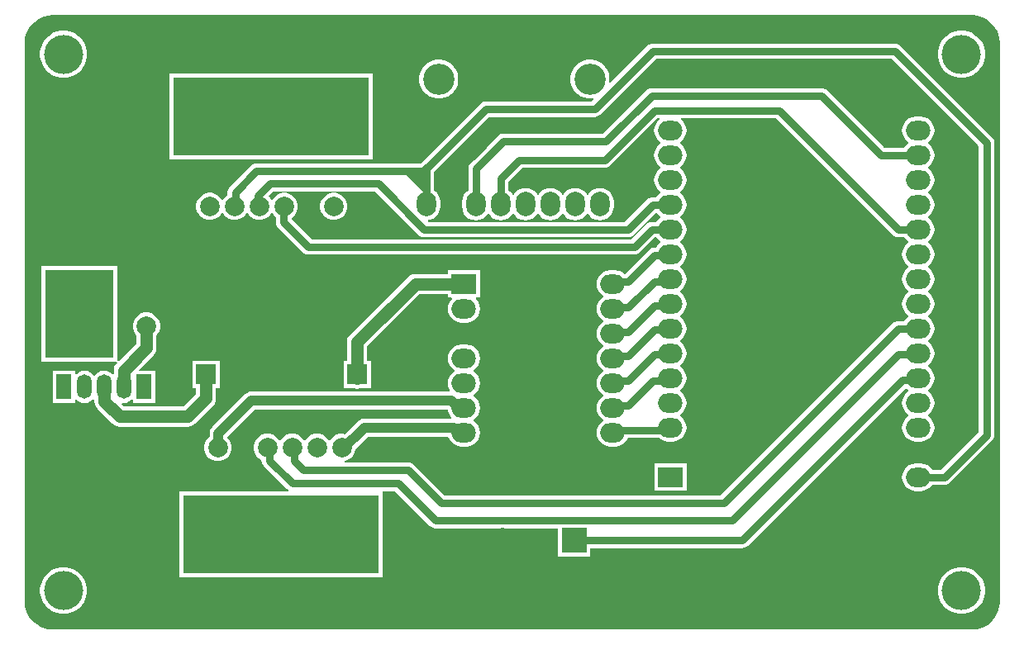
<source format=gbl>
G04*
G04 #@! TF.GenerationSoftware,Altium Limited,Altium Designer,23.10.1 (27)*
G04*
G04 Layer_Physical_Order=2*
G04 Layer_Color=16711680*
%FSLAX24Y24*%
%MOIN*%
G70*
G04*
G04 #@! TF.SameCoordinates,035D824A-8269-4E4D-BA6D-B56C25CEACC5*
G04*
G04*
G04 #@! TF.FilePolarity,Positive*
G04*
G01*
G75*
%ADD40C,0.0300*%
%ADD41C,0.0400*%
%ADD42C,0.0787*%
%ADD43R,0.7874X0.3150*%
%ADD44R,0.0591X0.0984*%
%ADD45O,0.0591X0.0984*%
%ADD46R,0.2756X0.3543*%
%ADD47R,0.0787X0.0787*%
%ADD48R,0.0984X0.0787*%
%ADD49O,0.0984X0.0787*%
%ADD50C,0.0984*%
%ADD51R,0.0984X0.0984*%
%ADD52C,0.1260*%
%ADD53O,0.0787X0.0984*%
%ADD54O,0.0984X0.0787*%
%ADD55R,0.0984X0.0787*%
%ADD56C,0.1575*%
%ADD57C,0.0500*%
G36*
X38192Y24800D02*
X38192Y24800D01*
X38268Y24800D01*
X38419Y24780D01*
X38565Y24741D01*
X38705Y24683D01*
X38837Y24607D01*
X38957Y24515D01*
X39065Y24407D01*
X39157Y24287D01*
X39233Y24155D01*
X39291Y24015D01*
X39330Y23869D01*
X39350Y23718D01*
X39350Y23642D01*
X39350Y1161D01*
X39350Y1161D01*
Y1085D01*
X39330Y934D01*
X39291Y787D01*
X39232Y646D01*
X39156Y515D01*
X39064Y394D01*
X38956Y286D01*
X38835Y194D01*
X38704Y117D01*
X38563Y59D01*
X38416Y20D01*
X38265Y0D01*
X1104D01*
X950Y20D01*
X801Y60D01*
X658Y120D01*
X524Y197D01*
X401Y291D01*
X291Y401D01*
X197Y524D01*
X120Y658D01*
X60Y801D01*
X20Y950D01*
X0Y1104D01*
Y1181D01*
Y23622D01*
Y23699D01*
X20Y23852D01*
X60Y24002D01*
X119Y24144D01*
X196Y24278D01*
X290Y24400D01*
X400Y24510D01*
X522Y24604D01*
X656Y24681D01*
X799Y24740D01*
X948Y24780D01*
X1101Y24800D01*
X1178Y24800D01*
X38192Y24800D01*
X38192Y24800D01*
D02*
G37*
%LPC*%
G36*
X37888Y24173D02*
X37702D01*
X37520Y24137D01*
X37348Y24066D01*
X37193Y23962D01*
X37061Y23831D01*
X36958Y23676D01*
X36887Y23504D01*
X36850Y23321D01*
Y23135D01*
X36887Y22953D01*
X36958Y22781D01*
X37061Y22626D01*
X37193Y22494D01*
X37348Y22391D01*
X37520Y22320D01*
X37702Y22283D01*
X37888D01*
X38071Y22320D01*
X38243Y22391D01*
X38398Y22494D01*
X38529Y22626D01*
X38633Y22781D01*
X38704Y22953D01*
X38740Y23135D01*
Y23321D01*
X38704Y23504D01*
X38633Y23676D01*
X38529Y23831D01*
X38398Y23962D01*
X38243Y24066D01*
X38071Y24137D01*
X37888Y24173D01*
D02*
G37*
G36*
X1668D02*
X1482D01*
X1299Y24137D01*
X1127Y24066D01*
X972Y23962D01*
X841Y23831D01*
X737Y23676D01*
X666Y23504D01*
X630Y23321D01*
Y23135D01*
X666Y22953D01*
X737Y22781D01*
X841Y22626D01*
X972Y22494D01*
X1127Y22391D01*
X1299Y22320D01*
X1482Y22283D01*
X1668D01*
X1850Y22320D01*
X2022Y22391D01*
X2177Y22494D01*
X2309Y22626D01*
X2412Y22781D01*
X2483Y22953D01*
X2520Y23135D01*
Y23321D01*
X2483Y23504D01*
X2412Y23676D01*
X2309Y23831D01*
X2177Y23962D01*
X2022Y24066D01*
X1850Y24137D01*
X1668Y24173D01*
D02*
G37*
G36*
X16788Y23010D02*
X16632D01*
X16480Y22980D01*
X16337Y22921D01*
X16208Y22834D01*
X16098Y22725D01*
X16012Y22596D01*
X15953Y22453D01*
X15923Y22300D01*
Y22145D01*
X15953Y21993D01*
X16012Y21850D01*
X16098Y21721D01*
X16208Y21611D01*
X16337Y21525D01*
X16480Y21466D01*
X16632Y21435D01*
X16788D01*
X16940Y21466D01*
X17083Y21525D01*
X17212Y21611D01*
X17322Y21721D01*
X17408Y21850D01*
X17467Y21993D01*
X17497Y22145D01*
Y22300D01*
X17467Y22453D01*
X17408Y22596D01*
X17322Y22725D01*
X17212Y22834D01*
X17083Y22921D01*
X16940Y22980D01*
X16788Y23010D01*
D02*
G37*
G36*
X14035Y22432D02*
X5846D01*
Y18968D01*
X14035D01*
Y22432D01*
D02*
G37*
G36*
X18375Y14501D02*
X17075D01*
Y14361D01*
X15768D01*
X15662Y14347D01*
X15562Y14306D01*
X15477Y14241D01*
X13129Y11892D01*
X13063Y11807D01*
X13022Y11708D01*
X13008Y11601D01*
Y10852D01*
X12868D01*
Y9749D01*
X13273D01*
X13313Y9733D01*
X13419Y9719D01*
X13526Y9733D01*
X13565Y9749D01*
X13970D01*
Y10852D01*
X13830D01*
Y11431D01*
X15938Y13539D01*
X17075D01*
Y13399D01*
X17228D01*
X17244Y13351D01*
X17234Y13343D01*
X17145Y13228D01*
X17090Y13094D01*
X17071Y12950D01*
X17090Y12806D01*
X17145Y12672D01*
X17234Y12557D01*
X17349Y12469D01*
X17483Y12413D01*
X17627Y12394D01*
X17823D01*
X17967Y12413D01*
X18101Y12469D01*
X18217Y12557D01*
X18305Y12672D01*
X18360Y12806D01*
X18379Y12950D01*
X18360Y13094D01*
X18305Y13228D01*
X18217Y13343D01*
X18206Y13351D01*
X18222Y13399D01*
X18375D01*
Y14501D01*
D02*
G37*
G36*
X3753Y14679D02*
X683D01*
Y10821D01*
X3719D01*
X3740Y10771D01*
X3722Y10753D01*
X3657Y10668D01*
X3616Y10569D01*
X3602Y10463D01*
Y10311D01*
X3554Y10295D01*
X3536Y10320D01*
X3441Y10392D01*
X3331Y10438D01*
X3213Y10454D01*
X3094Y10438D01*
X2984Y10392D01*
X2890Y10320D01*
X2844Y10260D01*
X2794D01*
X2748Y10320D01*
X2654Y10392D01*
X2543Y10438D01*
X2425Y10454D01*
X2307Y10438D01*
X2197Y10392D01*
X2102Y10320D01*
X2099Y10315D01*
X2051Y10331D01*
Y10450D01*
X1146D01*
Y9150D01*
X2051D01*
Y9269D01*
X2099Y9285D01*
X2102Y9280D01*
X2197Y9208D01*
X2307Y9162D01*
X2425Y9146D01*
X2543Y9162D01*
X2654Y9208D01*
X2748Y9280D01*
X2769Y9307D01*
X2819Y9290D01*
Y9220D01*
X2833Y9114D01*
X2874Y9015D01*
X2939Y8929D01*
X3559Y8309D01*
X3645Y8244D01*
X3744Y8203D01*
X3850Y8189D01*
X6583D01*
X6689Y8203D01*
X6788Y8244D01*
X6873Y8309D01*
X7607Y9043D01*
X7673Y9128D01*
X7714Y9228D01*
X7728Y9334D01*
Y9749D01*
X7868D01*
Y10852D01*
X6766D01*
Y9749D01*
X6906D01*
Y9504D01*
X6413Y9011D01*
X4020D01*
X3925Y9106D01*
X3949Y9153D01*
X4000Y9146D01*
X4118Y9162D01*
X4228Y9208D01*
X4323Y9280D01*
X4327Y9285D01*
X4374Y9269D01*
Y9150D01*
X5280D01*
Y10450D01*
X4646D01*
X4627Y10496D01*
X5210Y11079D01*
X5275Y11164D01*
X5316Y11263D01*
X5330Y11369D01*
Y11882D01*
X5361Y11912D01*
X5433Y12037D01*
X5471Y12177D01*
Y12323D01*
X5433Y12463D01*
X5361Y12588D01*
X5258Y12691D01*
X5132Y12764D01*
X4992Y12801D01*
X4847D01*
X4707Y12764D01*
X4581Y12691D01*
X4478Y12588D01*
X4406Y12463D01*
X4368Y12323D01*
Y12177D01*
X4406Y12037D01*
X4478Y11912D01*
X4508Y11882D01*
Y11540D01*
X3803Y10835D01*
X3753Y10855D01*
Y14679D01*
D02*
G37*
G36*
X35100Y23660D02*
X25350D01*
X25270Y23650D01*
X25195Y23619D01*
X25131Y23569D01*
X23631Y22070D01*
X23587Y22093D01*
X23597Y22145D01*
Y22300D01*
X23567Y22453D01*
X23508Y22596D01*
X23422Y22725D01*
X23312Y22834D01*
X23183Y22921D01*
X23040Y22980D01*
X22888Y23010D01*
X22732D01*
X22580Y22980D01*
X22437Y22921D01*
X22308Y22834D01*
X22198Y22725D01*
X22112Y22596D01*
X22053Y22453D01*
X22023Y22300D01*
Y22145D01*
X22053Y21993D01*
X22112Y21850D01*
X22198Y21721D01*
X22308Y21611D01*
X22437Y21525D01*
X22580Y21466D01*
X22732Y21435D01*
X22888D01*
X22940Y21446D01*
X22963Y21402D01*
X22872Y21310D01*
X18600D01*
X18520Y21300D01*
X18445Y21269D01*
X18381Y21219D01*
X15991Y18829D01*
X15976Y18810D01*
X9350D01*
X9270Y18800D01*
X9195Y18769D01*
X9131Y18719D01*
X8284Y17872D01*
X8235Y17808D01*
X8204Y17733D01*
X8193Y17653D01*
Y17555D01*
X8139Y17524D01*
X8037Y17421D01*
X8003Y17362D01*
X7953D01*
X7919Y17421D01*
X7816Y17524D01*
X7690Y17596D01*
X7550Y17634D01*
X7405D01*
X7265Y17596D01*
X7139Y17524D01*
X7036Y17421D01*
X6964Y17295D01*
X6926Y17155D01*
Y17010D01*
X6964Y16870D01*
X7036Y16744D01*
X7139Y16642D01*
X7265Y16569D01*
X7405Y16531D01*
X7550D01*
X7690Y16569D01*
X7816Y16642D01*
X7919Y16744D01*
X7953Y16803D01*
X8003D01*
X8037Y16744D01*
X8139Y16642D01*
X8265Y16569D01*
X8405Y16531D01*
X8550D01*
X8690Y16569D01*
X8816Y16642D01*
X8919Y16744D01*
X8953Y16803D01*
X9003D01*
X9036Y16744D01*
X9139Y16642D01*
X9265Y16569D01*
X9405Y16531D01*
X9550D01*
X9690Y16569D01*
X9816Y16642D01*
X9919Y16744D01*
X9953Y16803D01*
X10003D01*
X10036Y16744D01*
X10139Y16642D01*
X10153Y16634D01*
Y16437D01*
X10163Y16357D01*
X10176Y16326D01*
X10194Y16282D01*
X10244Y16218D01*
X11231Y15231D01*
X11295Y15181D01*
X11370Y15150D01*
X11450Y15140D01*
X24600D01*
X24680Y15150D01*
X24755Y15181D01*
X24819Y15231D01*
X25428Y15840D01*
X25495D01*
X25558Y15757D01*
X25659Y15680D01*
X25663Y15666D01*
Y15634D01*
X25659Y15620D01*
X25558Y15543D01*
X25470Y15428D01*
X25463Y15410D01*
X25400D01*
X25320Y15400D01*
X25245Y15369D01*
X25181Y15319D01*
X24210Y14348D01*
X24101Y14431D01*
X23967Y14487D01*
X23823Y14506D01*
X23627D01*
X23483Y14487D01*
X23349Y14431D01*
X23234Y14343D01*
X23145Y14228D01*
X23090Y14094D01*
X23071Y13950D01*
X23090Y13806D01*
X23145Y13672D01*
X23234Y13557D01*
X23334Y13480D01*
X23338Y13466D01*
Y13434D01*
X23334Y13420D01*
X23234Y13343D01*
X23145Y13228D01*
X23090Y13094D01*
X23071Y12950D01*
X23090Y12806D01*
X23145Y12672D01*
X23234Y12557D01*
X23334Y12480D01*
X23338Y12466D01*
Y12434D01*
X23334Y12420D01*
X23234Y12343D01*
X23145Y12228D01*
X23090Y12094D01*
X23071Y11950D01*
X23090Y11806D01*
X23145Y11672D01*
X23234Y11557D01*
X23334Y11480D01*
X23338Y11466D01*
Y11434D01*
X23334Y11420D01*
X23234Y11343D01*
X23145Y11228D01*
X23090Y11094D01*
X23071Y10950D01*
X23090Y10806D01*
X23145Y10672D01*
X23234Y10557D01*
X23334Y10480D01*
X23338Y10466D01*
Y10434D01*
X23334Y10420D01*
X23234Y10343D01*
X23145Y10228D01*
X23090Y10094D01*
X23071Y9950D01*
X23090Y9806D01*
X23145Y9672D01*
X23234Y9557D01*
X23334Y9480D01*
X23338Y9466D01*
Y9434D01*
X23334Y9420D01*
X23234Y9343D01*
X23145Y9228D01*
X23090Y9094D01*
X23071Y8950D01*
X23090Y8806D01*
X23145Y8672D01*
X23234Y8557D01*
X23334Y8480D01*
X23338Y8466D01*
Y8434D01*
X23334Y8420D01*
X23234Y8343D01*
X23145Y8228D01*
X23090Y8094D01*
X23071Y7950D01*
X23090Y7806D01*
X23145Y7672D01*
X23234Y7557D01*
X23349Y7469D01*
X23483Y7413D01*
X23627Y7394D01*
X23823D01*
X23967Y7413D01*
X24101Y7469D01*
X24217Y7557D01*
X24305Y7672D01*
X24333Y7740D01*
X25532D01*
X25574Y7745D01*
X25674Y7669D01*
X25808Y7613D01*
X25952Y7594D01*
X26148D01*
X26292Y7613D01*
X26426Y7669D01*
X26542Y7757D01*
X26630Y7872D01*
X26685Y8006D01*
X26704Y8150D01*
X26685Y8294D01*
X26630Y8428D01*
X26542Y8543D01*
X26441Y8620D01*
X26437Y8634D01*
Y8666D01*
X26441Y8680D01*
X26542Y8757D01*
X26630Y8872D01*
X26685Y9006D01*
X26704Y9150D01*
X26685Y9294D01*
X26630Y9428D01*
X26542Y9543D01*
X26441Y9620D01*
X26437Y9634D01*
Y9666D01*
X26441Y9680D01*
X26542Y9757D01*
X26630Y9872D01*
X26685Y10006D01*
X26704Y10150D01*
X26685Y10294D01*
X26630Y10428D01*
X26542Y10543D01*
X26441Y10620D01*
X26437Y10634D01*
Y10666D01*
X26441Y10680D01*
X26542Y10757D01*
X26630Y10872D01*
X26685Y11006D01*
X26704Y11150D01*
X26685Y11294D01*
X26630Y11428D01*
X26542Y11543D01*
X26441Y11620D01*
X26437Y11634D01*
Y11666D01*
X26441Y11680D01*
X26542Y11757D01*
X26630Y11872D01*
X26685Y12006D01*
X26704Y12150D01*
X26685Y12294D01*
X26630Y12428D01*
X26542Y12543D01*
X26441Y12620D01*
X26437Y12634D01*
Y12666D01*
X26441Y12680D01*
X26542Y12757D01*
X26630Y12872D01*
X26685Y13006D01*
X26704Y13150D01*
X26685Y13294D01*
X26630Y13428D01*
X26542Y13543D01*
X26441Y13620D01*
X26437Y13634D01*
Y13666D01*
X26441Y13680D01*
X26542Y13757D01*
X26630Y13872D01*
X26685Y14006D01*
X26704Y14150D01*
X26685Y14294D01*
X26630Y14428D01*
X26542Y14543D01*
X26441Y14620D01*
X26437Y14634D01*
Y14666D01*
X26441Y14680D01*
X26542Y14757D01*
X26630Y14872D01*
X26685Y15006D01*
X26704Y15150D01*
X26685Y15294D01*
X26630Y15428D01*
X26542Y15543D01*
X26441Y15620D01*
X26437Y15634D01*
Y15666D01*
X26441Y15680D01*
X26542Y15757D01*
X26630Y15872D01*
X26685Y16006D01*
X26704Y16150D01*
X26685Y16294D01*
X26630Y16428D01*
X26542Y16543D01*
X26441Y16620D01*
X26437Y16634D01*
Y16666D01*
X26441Y16680D01*
X26542Y16757D01*
X26630Y16872D01*
X26685Y17006D01*
X26704Y17150D01*
X26685Y17294D01*
X26630Y17428D01*
X26542Y17543D01*
X26441Y17620D01*
X26437Y17634D01*
Y17666D01*
X26441Y17680D01*
X26542Y17757D01*
X26630Y17872D01*
X26685Y18006D01*
X26704Y18150D01*
X26685Y18294D01*
X26630Y18428D01*
X26542Y18543D01*
X26441Y18620D01*
X26437Y18634D01*
Y18666D01*
X26441Y18680D01*
X26542Y18757D01*
X26630Y18872D01*
X26685Y19006D01*
X26704Y19150D01*
X26685Y19294D01*
X26630Y19428D01*
X26542Y19543D01*
X26441Y19620D01*
X26437Y19634D01*
Y19666D01*
X26441Y19680D01*
X26542Y19757D01*
X26630Y19872D01*
X26685Y20006D01*
X26704Y20150D01*
X26685Y20294D01*
X26630Y20428D01*
X26542Y20543D01*
X26481Y20590D01*
X26498Y20640D01*
X30322D01*
X35031Y15931D01*
X35095Y15881D01*
X35170Y15850D01*
X35250Y15840D01*
X35495D01*
X35558Y15757D01*
X35659Y15680D01*
X35663Y15666D01*
Y15634D01*
X35659Y15620D01*
X35558Y15543D01*
X35470Y15428D01*
X35415Y15294D01*
X35396Y15150D01*
X35415Y15006D01*
X35470Y14872D01*
X35558Y14757D01*
X35659Y14680D01*
X35663Y14666D01*
Y14634D01*
X35659Y14620D01*
X35558Y14543D01*
X35470Y14428D01*
X35415Y14294D01*
X35396Y14150D01*
X35415Y14006D01*
X35470Y13872D01*
X35558Y13757D01*
X35659Y13680D01*
X35663Y13666D01*
Y13634D01*
X35659Y13620D01*
X35558Y13543D01*
X35470Y13428D01*
X35415Y13294D01*
X35396Y13150D01*
X35415Y13006D01*
X35470Y12872D01*
X35558Y12757D01*
X35659Y12680D01*
X35663Y12666D01*
Y12634D01*
X35659Y12620D01*
X35558Y12543D01*
X35495Y12460D01*
X35250D01*
X35170Y12450D01*
X35095Y12419D01*
X35031Y12369D01*
X28072Y5410D01*
X16946D01*
X15687Y6669D01*
X15623Y6719D01*
X15548Y6750D01*
X15468Y6760D01*
X12921D01*
X12915Y6810D01*
X13013Y6836D01*
X13138Y6909D01*
X13241Y7012D01*
X13314Y7137D01*
X13351Y7277D01*
Y7290D01*
X13851Y7789D01*
X17097D01*
X17145Y7672D01*
X17234Y7557D01*
X17349Y7469D01*
X17483Y7413D01*
X17627Y7394D01*
X17823D01*
X17967Y7413D01*
X18101Y7469D01*
X18217Y7557D01*
X18305Y7672D01*
X18360Y7806D01*
X18379Y7950D01*
X18360Y8094D01*
X18305Y8228D01*
X18217Y8343D01*
X18116Y8420D01*
X18112Y8434D01*
Y8466D01*
X18116Y8480D01*
X18217Y8557D01*
X18305Y8672D01*
X18360Y8806D01*
X18379Y8950D01*
X18360Y9094D01*
X18305Y9228D01*
X18217Y9343D01*
X18116Y9420D01*
X18112Y9434D01*
Y9466D01*
X18116Y9480D01*
X18217Y9557D01*
X18305Y9672D01*
X18360Y9806D01*
X18379Y9950D01*
X18360Y10094D01*
X18305Y10228D01*
X18217Y10343D01*
X18116Y10420D01*
X18112Y10434D01*
Y10466D01*
X18116Y10480D01*
X18217Y10557D01*
X18305Y10672D01*
X18360Y10806D01*
X18379Y10950D01*
X18360Y11094D01*
X18305Y11228D01*
X18217Y11343D01*
X18101Y11431D01*
X17967Y11487D01*
X17823Y11506D01*
X17627D01*
X17483Y11487D01*
X17349Y11431D01*
X17234Y11343D01*
X17145Y11228D01*
X17090Y11094D01*
X17071Y10950D01*
X17090Y10806D01*
X17145Y10672D01*
X17234Y10557D01*
X17334Y10480D01*
X17338Y10466D01*
Y10434D01*
X17334Y10420D01*
X17234Y10343D01*
X17145Y10228D01*
X17090Y10094D01*
X17071Y9950D01*
X17090Y9806D01*
X17145Y9672D01*
X17158Y9655D01*
X17136Y9611D01*
X9150D01*
X9057Y9598D01*
X8970Y9562D01*
X8895Y9505D01*
X7573Y8183D01*
X7515Y8108D01*
X7479Y8021D01*
X7467Y7928D01*
Y7794D01*
X7462Y7791D01*
X7359Y7688D01*
X7286Y7563D01*
X7249Y7423D01*
Y7277D01*
X7286Y7137D01*
X7359Y7012D01*
X7462Y6909D01*
X7587Y6836D01*
X7727Y6799D01*
X7873D01*
X8013Y6836D01*
X8138Y6909D01*
X8241Y7012D01*
X8314Y7137D01*
X8351Y7277D01*
Y7423D01*
X8314Y7563D01*
X8241Y7688D01*
X8188Y7741D01*
Y7778D01*
X9299Y8889D01*
X17072D01*
X17080Y8882D01*
X17090Y8806D01*
X17145Y8672D01*
X17231Y8561D01*
X17226Y8534D01*
X17218Y8511D01*
X13702D01*
X13608Y8498D01*
X13521Y8462D01*
X13447Y8405D01*
X12928Y7886D01*
X12873Y7901D01*
X12727D01*
X12587Y7864D01*
X12462Y7791D01*
X12359Y7688D01*
X12325Y7630D01*
X12275D01*
X12241Y7688D01*
X12138Y7791D01*
X12013Y7864D01*
X11873Y7901D01*
X11727D01*
X11587Y7864D01*
X11462Y7791D01*
X11359Y7688D01*
X11325Y7630D01*
X11275D01*
X11241Y7688D01*
X11138Y7791D01*
X11013Y7864D01*
X10873Y7901D01*
X10727D01*
X10587Y7864D01*
X10462Y7791D01*
X10359Y7688D01*
X10325Y7630D01*
X10275D01*
X10241Y7688D01*
X10138Y7791D01*
X10013Y7864D01*
X9873Y7901D01*
X9727D01*
X9587Y7864D01*
X9462Y7791D01*
X9359Y7688D01*
X9286Y7563D01*
X9249Y7423D01*
Y7277D01*
X9286Y7137D01*
X9359Y7012D01*
X9462Y6909D01*
X9561Y6851D01*
Y6828D01*
X9572Y6748D01*
X9585Y6717D01*
X9603Y6673D01*
X9652Y6609D01*
X10581Y5681D01*
X10644Y5632D01*
X10644Y5629D01*
X10633Y5582D01*
X6256D01*
Y2118D01*
X14444D01*
Y5540D01*
X14444Y5582D01*
X14491Y5590D01*
X14939D01*
X16349Y4181D01*
X16413Y4131D01*
X16488Y4100D01*
X16568Y4090D01*
X21527D01*
Y2950D01*
X22827D01*
Y3290D01*
X28950D01*
X29030Y3300D01*
X29105Y3331D01*
X29169Y3381D01*
X35546Y9758D01*
X35558Y9757D01*
X35659Y9680D01*
X35663Y9666D01*
Y9634D01*
X35659Y9620D01*
X35558Y9543D01*
X35470Y9428D01*
X35415Y9294D01*
X35396Y9150D01*
X35415Y9006D01*
X35470Y8872D01*
X35558Y8757D01*
X35659Y8680D01*
X35663Y8666D01*
Y8634D01*
X35659Y8620D01*
X35558Y8543D01*
X35470Y8428D01*
X35415Y8294D01*
X35396Y8150D01*
X35415Y8006D01*
X35470Y7872D01*
X35558Y7757D01*
X35674Y7669D01*
X35808Y7613D01*
X35952Y7594D01*
X36148D01*
X36292Y7613D01*
X36426Y7669D01*
X36542Y7757D01*
X36630Y7872D01*
X36685Y8006D01*
X36704Y8150D01*
X36685Y8294D01*
X36630Y8428D01*
X36542Y8543D01*
X36441Y8620D01*
X36437Y8634D01*
Y8666D01*
X36441Y8680D01*
X36542Y8757D01*
X36630Y8872D01*
X36685Y9006D01*
X36704Y9150D01*
X36685Y9294D01*
X36630Y9428D01*
X36542Y9543D01*
X36441Y9620D01*
X36437Y9634D01*
Y9666D01*
X36441Y9680D01*
X36542Y9757D01*
X36630Y9872D01*
X36685Y10006D01*
X36704Y10150D01*
X36685Y10294D01*
X36630Y10428D01*
X36542Y10543D01*
X36441Y10620D01*
X36437Y10634D01*
Y10666D01*
X36441Y10680D01*
X36542Y10757D01*
X36630Y10872D01*
X36685Y11006D01*
X36704Y11150D01*
X36685Y11294D01*
X36630Y11428D01*
X36542Y11543D01*
X36441Y11620D01*
X36437Y11634D01*
Y11666D01*
X36441Y11680D01*
X36542Y11757D01*
X36630Y11872D01*
X36685Y12006D01*
X36704Y12150D01*
X36685Y12294D01*
X36630Y12428D01*
X36542Y12543D01*
X36441Y12620D01*
X36437Y12634D01*
Y12666D01*
X36441Y12680D01*
X36542Y12757D01*
X36630Y12872D01*
X36685Y13006D01*
X36704Y13150D01*
X36685Y13294D01*
X36630Y13428D01*
X36542Y13543D01*
X36441Y13620D01*
X36437Y13634D01*
Y13666D01*
X36441Y13680D01*
X36542Y13757D01*
X36630Y13872D01*
X36685Y14006D01*
X36704Y14150D01*
X36685Y14294D01*
X36630Y14428D01*
X36542Y14543D01*
X36441Y14620D01*
X36437Y14634D01*
Y14666D01*
X36441Y14680D01*
X36542Y14757D01*
X36630Y14872D01*
X36685Y15006D01*
X36704Y15150D01*
X36685Y15294D01*
X36630Y15428D01*
X36542Y15543D01*
X36441Y15620D01*
X36437Y15634D01*
Y15666D01*
X36441Y15680D01*
X36542Y15757D01*
X36630Y15872D01*
X36685Y16006D01*
X36704Y16150D01*
X36685Y16294D01*
X36630Y16428D01*
X36542Y16543D01*
X36441Y16620D01*
X36437Y16634D01*
Y16666D01*
X36441Y16680D01*
X36542Y16757D01*
X36630Y16872D01*
X36685Y17006D01*
X36704Y17150D01*
X36685Y17294D01*
X36630Y17428D01*
X36542Y17543D01*
X36441Y17620D01*
X36437Y17634D01*
Y17666D01*
X36441Y17680D01*
X36542Y17757D01*
X36630Y17872D01*
X36685Y18006D01*
X36704Y18150D01*
X36685Y18294D01*
X36630Y18428D01*
X36542Y18543D01*
X36441Y18620D01*
X36437Y18634D01*
Y18666D01*
X36441Y18680D01*
X36542Y18757D01*
X36630Y18872D01*
X36685Y19006D01*
X36704Y19150D01*
X36685Y19294D01*
X36630Y19428D01*
X36542Y19543D01*
X36441Y19620D01*
X36437Y19634D01*
Y19666D01*
X36441Y19680D01*
X36542Y19757D01*
X36630Y19872D01*
X36685Y20006D01*
X36704Y20150D01*
X36685Y20294D01*
X36630Y20428D01*
X36542Y20543D01*
X36426Y20631D01*
X36292Y20687D01*
X36148Y20706D01*
X35952D01*
X35808Y20687D01*
X35674Y20631D01*
X35558Y20543D01*
X35470Y20428D01*
X35415Y20294D01*
X35396Y20150D01*
X35415Y20006D01*
X35470Y19872D01*
X35558Y19757D01*
X35659Y19680D01*
X35663Y19666D01*
Y19634D01*
X35659Y19620D01*
X35558Y19543D01*
X35495Y19460D01*
X34678D01*
X32369Y21769D01*
X32305Y21819D01*
X32230Y21850D01*
X32150Y21860D01*
X25300D01*
X25220Y21850D01*
X25145Y21819D01*
X25081Y21769D01*
X23322Y20010D01*
X19300D01*
X19220Y20000D01*
X19145Y19969D01*
X19081Y19919D01*
X17991Y18829D01*
X17941Y18765D01*
X17910Y18690D01*
X17900Y18610D01*
Y17728D01*
X17817Y17664D01*
X17729Y17549D01*
X17673Y17415D01*
X17654Y17271D01*
Y17074D01*
X17673Y16931D01*
X17729Y16796D01*
X17817Y16681D01*
X17932Y16593D01*
X18066Y16537D01*
X18210Y16518D01*
X18354Y16537D01*
X18488Y16593D01*
X18603Y16681D01*
X18680Y16782D01*
X18694Y16786D01*
X18726D01*
X18740Y16782D01*
X18817Y16681D01*
X18932Y16593D01*
X19066Y16537D01*
X19210Y16518D01*
X19354Y16537D01*
X19488Y16593D01*
X19603Y16681D01*
X19680Y16782D01*
X19694Y16786D01*
X19726D01*
X19740Y16782D01*
X19817Y16681D01*
X19932Y16593D01*
X20066Y16537D01*
X20210Y16518D01*
X20354Y16537D01*
X20488Y16593D01*
X20603Y16681D01*
X20680Y16782D01*
X20694Y16786D01*
X20726D01*
X20740Y16782D01*
X20817Y16681D01*
X20932Y16593D01*
X21066Y16537D01*
X21210Y16518D01*
X21354Y16537D01*
X21488Y16593D01*
X21603Y16681D01*
X21680Y16782D01*
X21694Y16786D01*
X21726D01*
X21740Y16782D01*
X21817Y16681D01*
X21932Y16593D01*
X22066Y16537D01*
X22210Y16518D01*
X22354Y16537D01*
X22488Y16593D01*
X22603Y16681D01*
X22680Y16782D01*
X22694Y16786D01*
X22726D01*
X22740Y16782D01*
X22817Y16681D01*
X22932Y16593D01*
X23066Y16537D01*
X23210Y16518D01*
X23354Y16537D01*
X23488Y16593D01*
X23603Y16681D01*
X23691Y16796D01*
X23747Y16931D01*
X23766Y17074D01*
Y17271D01*
X23747Y17415D01*
X23691Y17549D01*
X23603Y17664D01*
X23488Y17753D01*
X23354Y17808D01*
X23210Y17827D01*
X23066Y17808D01*
X22932Y17753D01*
X22817Y17664D01*
X22740Y17564D01*
X22726Y17560D01*
X22694D01*
X22680Y17564D01*
X22603Y17664D01*
X22488Y17753D01*
X22354Y17808D01*
X22210Y17827D01*
X22066Y17808D01*
X21932Y17753D01*
X21817Y17664D01*
X21740Y17564D01*
X21726Y17560D01*
X21694D01*
X21680Y17564D01*
X21603Y17664D01*
X21488Y17753D01*
X21354Y17808D01*
X21210Y17827D01*
X21066Y17808D01*
X20932Y17753D01*
X20817Y17664D01*
X20740Y17564D01*
X20726Y17560D01*
X20694D01*
X20680Y17564D01*
X20603Y17664D01*
X20488Y17753D01*
X20354Y17808D01*
X20210Y17827D01*
X20066Y17808D01*
X19932Y17753D01*
X19817Y17664D01*
X19740Y17564D01*
X19726Y17560D01*
X19694D01*
X19680Y17564D01*
X19603Y17664D01*
X19520Y17728D01*
Y18082D01*
X20078Y18640D01*
X23400D01*
X23480Y18650D01*
X23555Y18681D01*
X23619Y18731D01*
X25528Y20640D01*
X25602D01*
X25619Y20590D01*
X25558Y20543D01*
X25470Y20428D01*
X25415Y20294D01*
X25396Y20150D01*
X25415Y20006D01*
X25470Y19872D01*
X25558Y19757D01*
X25659Y19680D01*
X25663Y19666D01*
Y19634D01*
X25659Y19620D01*
X25558Y19543D01*
X25470Y19428D01*
X25415Y19294D01*
X25396Y19150D01*
X25415Y19006D01*
X25470Y18872D01*
X25558Y18757D01*
X25659Y18680D01*
X25663Y18666D01*
Y18634D01*
X25659Y18620D01*
X25558Y18543D01*
X25470Y18428D01*
X25415Y18294D01*
X25396Y18150D01*
X25415Y18006D01*
X25470Y17872D01*
X25558Y17757D01*
X25659Y17680D01*
X25663Y17666D01*
Y17634D01*
X25659Y17620D01*
X25558Y17543D01*
X25495Y17460D01*
X25350D01*
X25270Y17450D01*
X25195Y17419D01*
X25131Y17369D01*
X24222Y16460D01*
X16284D01*
X16273Y16476D01*
X16296Y16530D01*
X16354Y16537D01*
X16488Y16593D01*
X16603Y16681D01*
X16691Y16796D01*
X16747Y16931D01*
X16766Y17074D01*
Y17271D01*
X16747Y17415D01*
X16691Y17549D01*
X16603Y17664D01*
X16520Y17728D01*
Y18482D01*
X18728Y20690D01*
X23000D01*
X23080Y20700D01*
X23155Y20731D01*
X23219Y20781D01*
X25478Y23040D01*
X34972D01*
X38490Y19522D01*
Y7978D01*
X36972Y6460D01*
X36605D01*
X36542Y6543D01*
X36426Y6631D01*
X36292Y6687D01*
X36148Y6706D01*
X35952D01*
X35808Y6687D01*
X35674Y6631D01*
X35558Y6543D01*
X35470Y6428D01*
X35415Y6294D01*
X35396Y6150D01*
X35415Y6006D01*
X35470Y5872D01*
X35558Y5757D01*
X35674Y5669D01*
X35808Y5613D01*
X35952Y5594D01*
X36148D01*
X36292Y5613D01*
X36426Y5669D01*
X36542Y5757D01*
X36605Y5840D01*
X37100D01*
X37180Y5850D01*
X37255Y5881D01*
X37319Y5931D01*
X39019Y7631D01*
X39069Y7695D01*
X39100Y7770D01*
X39110Y7850D01*
Y19650D01*
X39100Y19730D01*
X39069Y19805D01*
X39019Y19869D01*
X35319Y23569D01*
X35255Y23619D01*
X35211Y23637D01*
X35180Y23650D01*
X35100Y23660D01*
D02*
G37*
G36*
X26700Y6701D02*
X25400D01*
Y5599D01*
X26700D01*
Y6701D01*
D02*
G37*
G36*
X37888Y2520D02*
X37702D01*
X37520Y2483D01*
X37348Y2412D01*
X37193Y2309D01*
X37061Y2177D01*
X36958Y2022D01*
X36887Y1850D01*
X36850Y1668D01*
Y1482D01*
X36887Y1299D01*
X36958Y1127D01*
X37061Y972D01*
X37193Y841D01*
X37348Y737D01*
X37520Y666D01*
X37702Y630D01*
X37888D01*
X38071Y666D01*
X38243Y737D01*
X38398Y841D01*
X38529Y972D01*
X38633Y1127D01*
X38704Y1299D01*
X38740Y1482D01*
Y1668D01*
X38704Y1850D01*
X38633Y2022D01*
X38529Y2177D01*
X38398Y2309D01*
X38243Y2412D01*
X38071Y2483D01*
X37888Y2520D01*
D02*
G37*
G36*
X1668D02*
X1482D01*
X1299Y2483D01*
X1127Y2412D01*
X972Y2309D01*
X841Y2177D01*
X737Y2022D01*
X666Y1850D01*
X630Y1668D01*
Y1482D01*
X666Y1299D01*
X737Y1127D01*
X841Y972D01*
X972Y841D01*
X1127Y737D01*
X1299Y666D01*
X1482Y630D01*
X1668D01*
X1850Y666D01*
X2022Y737D01*
X2177Y841D01*
X2309Y972D01*
X2412Y1127D01*
X2483Y1299D01*
X2520Y1482D01*
Y1668D01*
X2483Y1850D01*
X2412Y2022D01*
X2309Y2177D01*
X2177Y2309D01*
X2022Y2412D01*
X1850Y2483D01*
X1668Y2520D01*
D02*
G37*
%LPD*%
G36*
X16210Y18756D02*
Y17605D01*
X16164Y17586D01*
X15400Y18350D01*
Y18500D01*
X15550Y18650D01*
X15976D01*
X15986Y18652D01*
X15997Y18651D01*
X16017Y18658D01*
X16037Y18662D01*
X16046Y18668D01*
X16056Y18671D01*
X16072Y18685D01*
X16090Y18697D01*
X16095Y18705D01*
X16103Y18712D01*
X16112Y18723D01*
X16164Y18775D01*
X16210Y18756D01*
D02*
G37*
G36*
X15899Y15931D02*
X15963Y15881D01*
X16038Y15850D01*
X16118Y15840D01*
X24350D01*
X24430Y15850D01*
X24505Y15881D01*
X24569Y15931D01*
X25454Y16815D01*
X25517Y16811D01*
X25558Y16757D01*
X25659Y16680D01*
X25663Y16666D01*
Y16634D01*
X25659Y16620D01*
X25558Y16543D01*
X25495Y16460D01*
X25300D01*
X25220Y16450D01*
X25145Y16419D01*
X25081Y16369D01*
X24472Y15760D01*
X11578D01*
X10773Y16565D01*
Y16617D01*
X10816Y16642D01*
X10919Y16744D01*
X10991Y16870D01*
X11029Y17010D01*
Y17155D01*
X10991Y17295D01*
X10919Y17421D01*
X10816Y17524D01*
X10690Y17596D01*
X10550Y17634D01*
X10405D01*
X10265Y17596D01*
X10139Y17524D01*
X10036Y17421D01*
X10003Y17362D01*
X9953D01*
X9919Y17421D01*
X9839Y17501D01*
X10028Y17690D01*
X14139D01*
X15899Y15931D01*
D02*
G37*
%LPC*%
G36*
X12550Y17634D02*
X12405D01*
X12265Y17596D01*
X12139Y17524D01*
X12036Y17421D01*
X11964Y17295D01*
X11926Y17155D01*
Y17010D01*
X11964Y16870D01*
X12036Y16744D01*
X12139Y16642D01*
X12265Y16569D01*
X12405Y16531D01*
X12550D01*
X12690Y16569D01*
X12816Y16642D01*
X12919Y16744D01*
X12991Y16870D01*
X13029Y17010D01*
Y17155D01*
X12991Y17295D01*
X12919Y17421D01*
X12816Y17524D01*
X12690Y17596D01*
X12550Y17634D01*
D02*
G37*
%LPD*%
D40*
X10800Y7350D02*
X10872Y7278D01*
Y6828D02*
Y7278D01*
Y6828D02*
X11250Y6450D01*
X15468D01*
X9872Y6828D02*
X10800Y5900D01*
X9800Y7350D02*
X9872Y7278D01*
Y6828D02*
Y7278D01*
X16210Y18610D02*
X18600Y21000D01*
X23000D01*
X16210Y17173D02*
Y18610D01*
X6300Y7529D02*
X9650Y10879D01*
Y14041D01*
X6300Y6650D02*
Y7529D01*
X35100Y23350D02*
X38800Y19650D01*
X25350Y23350D02*
X35100D01*
X38800Y7850D02*
Y19650D01*
X25157Y22257D02*
X35243D01*
X37993Y8143D02*
Y19507D01*
X35243Y22257D02*
X37993Y19507D01*
X25400Y20950D02*
X30450D01*
X35250Y16150D02*
X36050D01*
X30450Y20950D02*
X35250Y16150D01*
X34550Y19150D02*
X36050D01*
X16568Y4400D02*
X28550D01*
X15068Y5900D02*
X16568Y4400D01*
X28550D02*
X35250Y11100D01*
Y12150D02*
X36050D01*
X35250Y11100D02*
X36150D01*
X22177Y3600D02*
X28950D01*
X35979Y10079D02*
X36050Y10150D01*
X35429Y10079D02*
X35979D01*
X28950Y3600D02*
X35429Y10079D01*
X36150Y7100D02*
X36950D01*
X37993Y8143D01*
X37100Y6150D02*
X38800Y7850D01*
X36050Y6150D02*
X37100D01*
X23725Y6950D02*
X23955D01*
X20505D02*
X23725D01*
X23955D02*
X24155Y7150D01*
X26050D01*
X24243Y8050D02*
X25532D01*
X25539Y8057D01*
X25957D01*
X26050Y8150D01*
X23725Y7950D02*
X23818Y8043D01*
X24236D01*
X24243Y8050D01*
X25357Y10057D02*
X25957D01*
X23725Y8950D02*
X23808Y9033D01*
X24333D01*
X25357Y10057D01*
X23725Y9950D02*
X23808Y10033D01*
X24333D01*
X25404Y11104D01*
X26004D01*
X26050Y11150D01*
X23725Y10950D02*
X23808Y11033D01*
X24333D01*
X25404Y12104D01*
X26004D01*
X26050Y12150D01*
X23783Y13008D02*
X24358D01*
X25407Y14057D02*
X26107D01*
X24358Y13008D02*
X25407Y14057D01*
X26107D02*
X26150Y14100D01*
X23725Y12950D02*
X23783Y13008D01*
X23725Y11950D02*
X23783Y12008D01*
X24358D01*
X25429Y13079D01*
X25979D02*
X26050Y13150D01*
X25429Y13079D02*
X25979D01*
X25400Y15100D02*
X26250D01*
X23725Y13950D02*
X23808Y14033D01*
X24333D01*
X25400Y15100D01*
X25300Y16150D02*
X26050D01*
X11450Y15450D02*
X24600D01*
X25300Y16150D01*
X9400Y17050D02*
Y17500D01*
X25350Y17150D02*
X26050D01*
X16118Y16150D02*
X24350D01*
X25350Y17150D01*
X19950Y18950D02*
X23400D01*
X25400Y20950D01*
X19300Y19700D02*
X23450D01*
X25300Y21550D02*
X32150D01*
X23450Y19700D02*
X25300Y21550D01*
X19353Y20400D02*
X23300D01*
X25157Y22257D01*
X23000Y21000D02*
X25350Y23350D01*
X25957Y10057D02*
X26050Y10150D01*
X19210Y17173D02*
Y18210D01*
X19950Y18950D01*
X18210Y18610D02*
X19300Y19700D01*
X18210Y17173D02*
Y18610D01*
X18043Y19090D02*
X19353Y20400D01*
X10463Y16437D02*
X11450Y15450D01*
X19718Y14800D02*
X20505Y14013D01*
X14179Y14800D02*
X19718D01*
X13419Y14041D02*
X14179Y14800D01*
X9400Y17500D02*
X9900Y18000D01*
X14268D01*
X8503Y17653D02*
X9350Y18500D01*
X16100D01*
X8463Y17100D02*
X8503Y17140D01*
Y17653D01*
X14268Y18000D02*
X16118Y16150D01*
X10463Y16437D02*
Y17100D01*
X4919Y13234D02*
X5004Y13150D01*
X6426D02*
X7317Y14041D01*
X5004Y13150D02*
X6426D01*
X6300Y6650D02*
X7050Y5900D01*
X9650Y14041D02*
X13419D01*
X7317D02*
X9650D01*
X7050Y5900D02*
X8350D01*
X8828Y6378D02*
Y7276D01*
X8350Y5900D02*
X8828Y6378D01*
X15468Y6450D02*
X16818Y5100D01*
X10800Y5900D02*
X15068D01*
X32150Y21550D02*
X34550Y19150D01*
X16818Y5100D02*
X28200D01*
X35250Y12150D01*
X20505Y6950D02*
Y11950D01*
X17725Y6950D02*
X20505D01*
X17725Y11950D02*
X20505D01*
Y14013D01*
D41*
X7828Y7276D02*
Y7928D01*
X9150Y9250D02*
X17222D01*
X7828Y7928D02*
X9150Y9250D01*
X12828Y7276D02*
X13702Y8150D01*
X17322D01*
X17522Y7950D01*
X17725D01*
X17522Y8950D02*
X17725D01*
X17222Y9250D02*
X17522Y8950D01*
D42*
X12800Y7350D02*
D03*
X11800D02*
D03*
X10800D02*
D03*
X9800D02*
D03*
X8800D02*
D03*
X7800D02*
D03*
X7478Y17083D02*
D03*
X8478D02*
D03*
X9478D02*
D03*
X10478D02*
D03*
X11478D02*
D03*
X12478D02*
D03*
X7317Y14041D02*
D03*
X13419D02*
D03*
X4919Y13234D02*
D03*
Y12250D02*
D03*
D43*
X10350Y3850D02*
D03*
X9940Y20700D02*
D03*
D44*
X1598Y9800D02*
D03*
X4827D02*
D03*
D45*
X2425D02*
D03*
X3213D02*
D03*
X4000D02*
D03*
D46*
X2218Y12750D02*
D03*
D47*
X7317Y10300D02*
D03*
X13419D02*
D03*
D48*
X17725Y13950D02*
D03*
D49*
X23725Y6950D02*
D03*
Y7950D02*
D03*
Y8950D02*
D03*
Y9950D02*
D03*
Y10950D02*
D03*
Y11950D02*
D03*
Y12950D02*
D03*
Y13950D02*
D03*
X17725Y12950D02*
D03*
Y11950D02*
D03*
Y10950D02*
D03*
Y9950D02*
D03*
Y8950D02*
D03*
Y7950D02*
D03*
Y6950D02*
D03*
D50*
X19273Y3600D02*
D03*
D51*
X22177Y3600D02*
D03*
D52*
X22810Y22223D02*
D03*
X16710D02*
D03*
D53*
X23210Y17173D02*
D03*
X22210D02*
D03*
X21210D02*
D03*
X20210D02*
D03*
X19210D02*
D03*
X18210D02*
D03*
X17210D02*
D03*
X16210D02*
D03*
D54*
X36050Y17150D02*
D03*
Y14150D02*
D03*
Y15150D02*
D03*
Y16150D02*
D03*
Y13150D02*
D03*
Y12150D02*
D03*
Y9150D02*
D03*
Y8150D02*
D03*
Y7150D02*
D03*
Y6150D02*
D03*
Y20150D02*
D03*
Y18150D02*
D03*
Y10150D02*
D03*
Y11150D02*
D03*
Y19150D02*
D03*
X26050Y12150D02*
D03*
Y10150D02*
D03*
Y11150D02*
D03*
Y13150D02*
D03*
Y14150D02*
D03*
Y15150D02*
D03*
Y16150D02*
D03*
Y17150D02*
D03*
Y18150D02*
D03*
Y19150D02*
D03*
Y20150D02*
D03*
Y8150D02*
D03*
Y9150D02*
D03*
Y7150D02*
D03*
D55*
Y6150D02*
D03*
D56*
X37795Y1575D02*
D03*
X1575D02*
D03*
X37795Y23228D02*
D03*
X1575D02*
D03*
D57*
X6583Y8600D02*
X7317Y9334D01*
Y10300D01*
X3850Y8600D02*
X6583D01*
X3230Y9220D02*
X3850Y8600D01*
X3213Y9800D02*
X3230Y9783D01*
Y9220D02*
Y9783D01*
X4013Y10463D02*
X4919Y11369D01*
X4000Y9800D02*
X4013Y9813D01*
Y10463D01*
X4919Y11369D02*
Y12250D01*
X13419Y10130D02*
Y11601D01*
X15768Y13950D01*
X17725D01*
M02*

</source>
